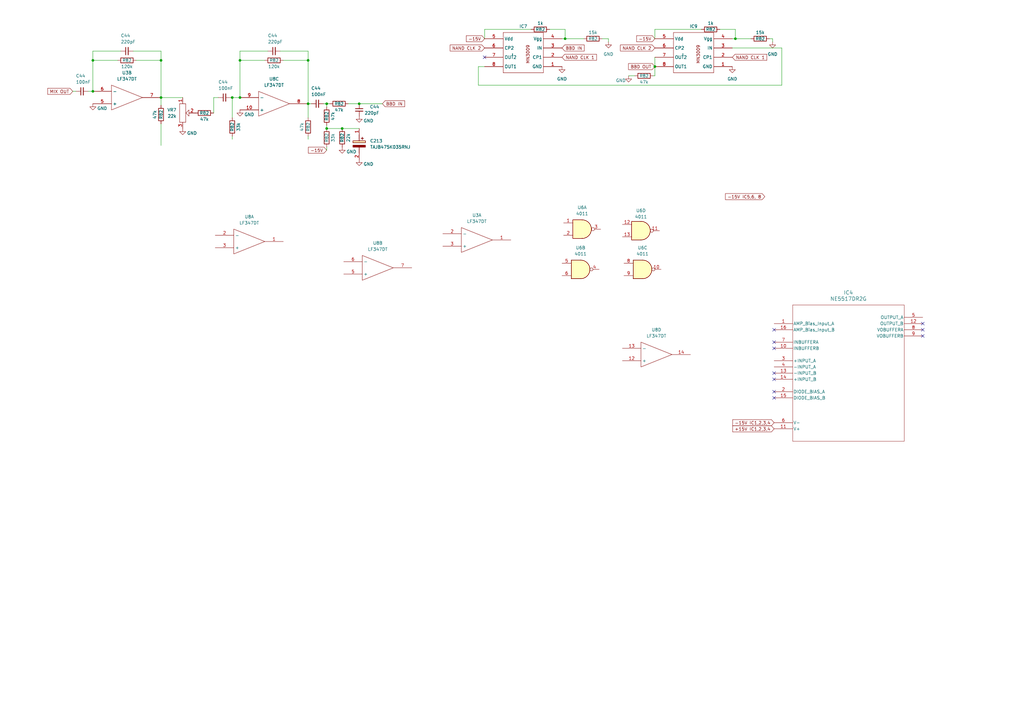
<source format=kicad_sch>
(kicad_sch (version 20230121) (generator eeschema)
  (paper "A3")
  (lib_symbols
    (symbol "3214W-1-223E_2"
      (property "Reference" "VR" (at -5.08 -1.8 0))
      (property "Value" "3214W-1-223E" (at -10.16 -5.08 0))
      (symbol "3214W-1-223E_2_0_1"
        (rectangle (start -6.35 -1.27) (end 1.27 -3.81))
        (polyline (pts (xy -2.54 -1.23) (xy -1.27 0.04) (xy -3.81 0.04) (xy -2.54 -1.23)))
      )
      (symbol "3214W-1-223E_2_1_1"
        (pin passive line (at -8.89 -2.54 0) (length 2.5) (name "") (number "1"))
        (pin passive line (at -2.54 2.54 270) (length 2.5) (name "") (number "2"))
        (pin passive line (at 3.81 -2.54 180) (length 2.5) (name "") (number "3"))
      )
    )
    (symbol "4xxx:4011" (pin_names (offset 1.016))
      (property "Reference" "U" (at 0 1.27 0))
      (property "Value" "4011" (at 0 -1.27 0))
      (symbol "4011_1_1"
        (arc (start 0 -3.81) (mid 3.7934 0) (end 0 3.81) (stroke (width 0.254)) (fill (type background)))
        (polyline (pts (xy 0 3.81) (xy -3.81 3.81) (xy -3.81 -3.81) (xy 0 -3.81)) (stroke (width 0.254)) (fill (type background)))
        (pin input line (at -7.62 2.54 0) (length 3.81) (name "~") (number "1"))
        (pin input line (at -7.62 -2.54 0) (length 3.81) (name "~") (number "2"))
        (pin output inverted (at 7.62 0 180) (length 3.81) (name "~") (number "3"))
      )
      (symbol "4011_1_2"
        (arc (start -3.81 -3.81) (mid -2.589 0) (end -3.81 3.81) (stroke (width 0.254)))
        (arc (start -0.6096 -3.81) (mid 2.1842 -2.5851) (end 3.81 0) (stroke (width 0.254)) (fill (type background)))
        (polyline (pts (xy -3.81 -3.81) (xy -0.635 -3.81)) (stroke (width 0.254)) (fill (type background)))
        (polyline (pts (xy -3.81 3.81) (xy -0.635 3.81)) (stroke (width 0.254)) (fill (type background)))
        (polyline (pts (xy -0.635 3.81) (xy -3.81 3.81) (xy -3.81 3.81) (xy -3.556 3.4036) (xy -3.0226 2.2606) (xy -2.6924 1.0414) (xy -2.6162 -0.254) (xy -2.7686 -1.4986) (xy -3.175 -2.7178) (xy -3.81 -3.81) (xy -3.81 -3.81) (xy -0.635 -3.81)) (stroke (width -25.4)) (fill (type background)))
        (arc (start 3.81 0) (mid 2.1915 2.5936) (end -0.6096 3.81) (stroke (width 0.254)) (fill (type background)))
        (pin input inverted (at -7.62 2.54 0) (length 4.318) (name "~") (number "1"))
        (pin input inverted (at -7.62 -2.54 0) (length 4.318) (name "~") (number "2"))
        (pin output line (at 7.62 0 180) (length 3.81) (name "~") (number "3"))
      )
      (symbol "4011_2_1"
        (arc (start 0 -3.81) (mid 3.7934 0) (end 0 3.81) (stroke (width 0.254)) (fill (type background)))
        (polyline (pts (xy 0 3.81) (xy -3.81 3.81) (xy -3.81 -3.81) (xy 0 -3.81)) (stroke (width 0.254)) (fill (type background)))
        (pin output inverted (at 7.62 0 180) (length 3.81) (name "~") (number "4"))
        (pin input line (at -7.62 2.54 0) (length 3.81) (name "~") (number "5"))
        (pin input line (at -7.62 -2.54 0) (length 3.81) (name "~") (number "6"))
      )
      (symbol "4011_2_2"
        (arc (start -3.81 -3.81) (mid -2.589 0) (end -3.81 3.81) (stroke (width 0.254)))
        (arc (start -0.6096 -3.81) (mid 2.1842 -2.5851) (end 3.81 0) (stroke (width 0.254)) (fill (type background)))
        (polyline (pts (xy -3.81 -3.81) (xy -0.635 -3.81)) (stroke (width 0.254)) (fill (type background)))
        (polyline (pts (xy -3.81 3.81) (xy -0.635 3.81)) (stroke (width 0.254)) (fill (type background)))
        (polyline (pts (xy -0.635 3.81) (xy -3.81 3.81) (xy -3.81 3.81) (xy -3.556 3.4036) (xy -3.0226 2.2606) (xy -2.6924 1.0414) (xy -2.6162 -0.254) (xy -2.7686 -1.4986) (xy -3.175 -2.7178) (xy -3.81 -3.81) (xy -3.81 -3.81) (xy -0.635 -3.81)) (stroke (width -25.4)) (fill (type background)))
        (arc (start 3.81 0) (mid 2.1915 2.5936) (end -0.6096 3.81) (stroke (width 0.254)) (fill (type background)))
        (pin output line (at 7.62 0 180) (length 3.81) (name "~") (number "4"))
        (pin input inverted (at -7.62 2.54 0) (length 4.318) (name "~") (number "5"))
        (pin input inverted (at -7.62 -2.54 0) (length 4.318) (name "~") (number "6"))
      )
      (symbol "4011_3_1"
        (arc (start 0 -3.81) (mid 3.7934 0) (end 0 3.81) (stroke (width 0.254)) (fill (type background)))
        (polyline (pts (xy 0 3.81) (xy -3.81 3.81) (xy -3.81 -3.81) (xy 0 -3.81)) (stroke (width 0.254)) (fill (type background)))
        (pin output inverted (at 7.62 0 180) (length 3.81) (name "~") (number "10"))
        (pin input line (at -7.62 2.54 0) (length 3.81) (name "~") (number "8"))
        (pin input line (at -7.62 -2.54 0) (length 3.81) (name "~") (number "9"))
      )
      (symbol "4011_3_2"
        (arc (start -3.81 -3.81) (mid -2.589 0) (end -3.81 3.81) (stroke (width 0.254)))
        (arc (start -0.6096 -3.81) (mid 2.1842 -2.5851) (end 3.81 0) (stroke (width 0.254)) (fill (type background)))
        (polyline (pts (xy -3.81 -3.81) (xy -0.635 -3.81)) (stroke (width 0.254)) (fill (type background)))
        (polyline (pts (xy -3.81 3.81) (xy -0.635 3.81)) (stroke (width 0.254)) (fill (type background)))
        (polyline (pts (xy -0.635 3.81) (xy -3.81 3.81) (xy -3.81 3.81) (xy -3.556 3.4036) (xy -3.0226 2.2606) (xy -2.6924 1.0414) (xy -2.6162 -0.254) (xy -2.7686 -1.4986) (xy -3.175 -2.7178) (xy -3.81 -3.81) (xy -3.81 -3.81) (xy -0.635 -3.81)) (stroke (width -25.4)) (fill (type background)))
        (arc (start 3.81 0) (mid 2.1915 2.5936) (end -0.6096 3.81) (stroke (width 0.254)) (fill (type background)))
        (pin output line (at 7.62 0 180) (length 3.81) (name "~") (number "10"))
        (pin input inverted (at -7.62 2.54 0) (length 4.318) (name "~") (number "8"))
        (pin input inverted (at -7.62 -2.54 0) (length 4.318) (name "~") (number "9"))
      )
      (symbol "4011_4_1"
        (arc (start 0 -3.81) (mid 3.7934 0) (end 0 3.81) (stroke (width 0.254)) (fill (type background)))
        (polyline (pts (xy 0 3.81) (xy -3.81 3.81) (xy -3.81 -3.81) (xy 0 -3.81)) (stroke (width 0.254)) (fill (type background)))
        (pin output inverted (at 7.62 0 180) (length 3.81) (name "~") (number "11"))
        (pin input line (at -7.62 2.54 0) (length 3.81) (name "~") (number "12"))
        (pin input line (at -7.62 -2.54 0) (length 3.81) (name "~") (number "13"))
      )
      (symbol "4011_4_2"
        (arc (start -3.81 -3.81) (mid -2.589 0) (end -3.81 3.81) (stroke (width 0.254)))
        (arc (start -0.6096 -3.81) (mid 2.1842 -2.5851) (end 3.81 0) (stroke (width 0.254)) (fill (type background)))
        (polyline (pts (xy -3.81 -3.81) (xy -0.635 -3.81)) (stroke (width 0.254)) (fill (type background)))
        (polyline (pts (xy -3.81 3.81) (xy -0.635 3.81)) (stroke (width 0.254)) (fill (type background)))
        (polyline (pts (xy -0.635 3.81) (xy -3.81 3.81) (xy -3.81 3.81) (xy -3.556 3.4036) (xy -3.0226 2.2606) (xy -2.6924 1.0414) (xy -2.6162 -0.254) (xy -2.7686 -1.4986) (xy -3.175 -2.7178) (xy -3.81 -3.81) (xy -3.81 -3.81) (xy -0.635 -3.81)) (stroke (width -25.4)) (fill (type background)))
        (arc (start 3.81 0) (mid 2.1915 2.5936) (end -0.6096 3.81) (stroke (width 0.254)) (fill (type background)))
        (pin output line (at 7.62 0 180) (length 3.81) (name "~") (number "11"))
        (pin input inverted (at -7.62 2.54 0) (length 4.318) (name "~") (number "12"))
        (pin input inverted (at -7.62 -2.54 0) (length 4.318) (name "~") (number "13"))
      )
      (symbol "4011_5_0"
        (pin power_in line (at 0 12.7 270) (length 5.08) (name "VDD") (number "14"))
        (pin power_in line (at 0 -12.7 90) (length 5.08) (name "VSS") (number "7"))
      )
      (symbol "4011_5_1"
        (rectangle (start -5.08 7.62) (end 5.08 -7.62) (stroke (width 0.254)) (fill (type background)))
      )
    )
    (symbol "Device:C_Small" (pin_numbers hide) (pin_names (offset 0.254) hide)
      (property "Reference" "C" (at 0.254 1.778 0))
      (property "Value" "C_Small" (at 0.254 -2.032 0))
      (symbol "C_Small_0_1"
        (polyline (pts (xy -1.524 -0.508) (xy 1.524 -0.508)) (stroke (width 0.3302)))
        (polyline (pts (xy -1.524 0.508) (xy 1.524 0.508)) (stroke (width 0.3048)))
      )
      (symbol "C_Small_1_1"
        (pin passive line (at 0 2.54 270) (length 2.032) (name "~") (number "1"))
        (pin passive line (at 0 -2.54 90) (length 2.032) (name "~") (number "2"))
      )
    )
    (symbol "Device:R" (pin_numbers hide) (pin_names (offset 0))
      (property "Reference" "R" (at 2.032 0 90))
      (property "Value" "R" (at 0 0 90))
      (symbol "R_0_1"
        (rectangle (start -1.016 -2.54) (end 1.016 2.54) (stroke (width 0.254)))
      )
      (symbol "R_1_1"
        (pin passive line (at 0 3.81 270) (length 1.27) (name "~") (number "1"))
        (pin passive line (at 0 -3.81 90) (length 1.27) (name "~") (number "2"))
      )
    )
    (symbol "NE5517:NE5517DR2G" (pin_names (offset 0.254))
      (property "Reference" "U" (at 30.48 12.7 0))
      (property "Value" "NE5517DR2G" (at 30.48 10.16 0))
      (symbol "NE5517DR2G_0_1"
        (polyline (pts (xy 7.62 -48.26) (xy 53.34 -48.26)) (stroke (width 0.127)))
        (polyline (pts (xy 7.62 7.62) (xy 7.62 -48.26)) (stroke (width 0.127)))
        (polyline (pts (xy 53.34 -48.26) (xy 53.34 7.62)) (stroke (width 0.127)))
        (polyline (pts (xy 53.34 7.62) (xy 7.62 7.62)) (stroke (width 0.127)))
        (pin input line (at 0 -10.16 0) (length 7.62) (name "INBUFFERB") (number "10"))
        (pin power_in line (at 0 -43.18 0) (length 7.62) (name "V+") (number "11"))
        (pin power_in line (at 0 -40.64 0) (length 7.62) (name "V-") (number "6"))
        (pin input line (at 0 -7.62 0) (length 7.62) (name "INBUFFERA") (number "7"))
        (pin output line (at 60.96 -5.08 180) (length 7.62) (name "VOBUFFERB") (number "9"))
      )
      (symbol "NE5517DR2G_1_1"
        (pin input line (at 0 0 0) (length 7.62) (name "AMP_Bias_Input_A") (number "1"))
        (pin output line (at 60.96 0 180) (length 7.62) (name "OUTPUT_B") (number "12"))
        (pin input line (at 0 -20.32 0) (length 7.62) (name "-INPUT_B") (number "13"))
        (pin input line (at 0 -22.86 0) (length 7.62) (name "+INPUT_B") (number "14"))
        (pin input line (at 0 -30.48 0) (length 7.62) (name "DIODE_BIAS_B") (number "15"))
        (pin input line (at 0 -2.54 0) (length 7.62) (name "AMP_Bias_Input_B") (number "16"))
        (pin input line (at 0 -27.94 0) (length 7.62) (name "DIODE_BIAS_A") (number "2"))
        (pin input line (at 0 -15.24 0) (length 7.62) (name "+INPUT_A") (number "3"))
        (pin input line (at 0 -17.78 0) (length 7.62) (name "-INPUT_A") (number "4"))
        (pin output line (at 60.96 2.54 180) (length 7.62) (name "OUTPUT_A") (number "5"))
        (pin output line (at 60.96 -2.54 180) (length 7.62) (name "VOBUFFERA") (number "8"))
      )
    )
    (symbol "SamacSys_Parts:LF347DT-PF"
      (property "Reference" "U" (at 3.81 -6.35 0))
      (property "Value" "LF347DT" (at -1.27 0 0))
      (symbol "LF347DT-PF_1_1"
        (polyline (pts (xy 0 -1.27) (xy 0 -11.43) (xy 12.7 -6.35) (xy 0 -1.27)))
        (pin output line (at 20.32 -6.35 180) (length 7.62) (name "") (number "1"))
        (pin input line (at -7.62 -3.81 0) (length 7.62) (name "-") (number "2"))
        (pin input line (at -7.62 -8.89 0) (length 7.62) (name "+") (number "3"))
      )
      (symbol "LF347DT-PF_2_1"
        (polyline (pts (xy 0 -1.27) (xy 0 -11.43) (xy 12.7 -6.35) (xy 0 -1.27)))
        (pin input line (at -7.62 -8.89 0) (length 7.62) (name "+") (number "5"))
        (pin input line (at -7.62 -3.81 0) (length 7.62) (name "-") (number "6"))
        (pin output line (at 20.32 -6.35 180) (length 7.62) (name "") (number "7"))
      )
      (symbol "LF347DT-PF_3_1"
        (polyline (pts (xy 0 -1.27) (xy 0 -11.43) (xy 12.7 -6.35) (xy 0 -1.27)))
        (pin input line (at -7.62 -8.89 0) (length 7.62) (name "+") (number "10"))
        (pin output line (at 20.32 -6.35 180) (length 7.62) (name "") (number "8"))
        (pin input line (at -7.62 -3.81 0) (length 7.62) (name "-") (number "9"))
      )
      (symbol "LF347DT-PF_4_1"
        (polyline (pts (xy 0 -1.27) (xy 0 -11.43) (xy 12.7 -6.35) (xy 0 -1.27)))
        (pin input line (at -7.62 -8.89 0) (length 7.62) (name "+") (number "12"))
        (pin input line (at -7.62 -3.81 0) (length 7.62) (name "-") (number "13"))
        (pin output line (at 20.32 -6.35 180) (length 7.62) (name "") (number "14"))
      )
      (symbol "LF347DT-PF_5_1"
        (pin input line (at 17.78 -8.89 180) (length 7.62) (name "VCC-") (number "11"))
        (pin input line (at -10.16 -8.89 0) (length 7.62) (name "VCC+") (number "4"))
      )
    )
    (symbol "SamacSys_Parts:MN3009"
      (property "Reference" "IC" (at 0 0 0))
      (symbol "MN3009_0_1"
        (rectangle (start -7.62 7.62) (end 8.89 -8.89))
      )
      (symbol "MN3009_1_1"
        (text "MN3009" (at 0 -2.54 0) (effects (font (size 1.27 1.27))))
        (pin input line (at -5.08 -16.51 90) (length 7.62) (name "GND") (number "1"))
        (pin input line (at -1.27 -16.51 90) (length 7.62) (name "CP1") (number "2"))
        (pin input line (at 2.54 -16.51 90) (length 7.62) (name "IN") (number "3"))
        (pin input line (at 6.35 -16.51 90) (length 7.62) (name "Vgg") (number "4"))
        (pin input line (at 6.35 15.24 270) (length 7.62) (name "Vdd") (number "5"))
        (pin input line (at 2.54 15.24 270) (length 7.62) (name "CP2") (number "6"))
        (pin output line (at -1.27 15.24 270) (length 7.62) (name "OUT2") (number "7"))
        (pin output line (at -5.08 15.24 270) (length 7.62) (name "OUT1") (number "8"))
      )
    )
    (symbol "SamacSys_Parts:TAJB475K035RNJ" (pin_names hide)
      (property "Reference" "C" (at 8.89 6.35 0))
      (property "Value" "TAJB475K035RNJ" (at 8.89 3.81 0))
      (symbol "TAJB475K035RNJ_1_1"
        (polyline (pts (xy 2.54 0) (xy 5.08 0)) (stroke (width 0.254)))
        (polyline (pts (xy 4.064 1.778) (xy 4.064 0.762)) (stroke (width 0.254)))
        (polyline (pts (xy 4.572 1.27) (xy 3.556 1.27)) (stroke (width 0.254)))
        (polyline (pts (xy 7.62 0) (xy 10.16 0)) (stroke (width 0.254)))
        (polyline (pts (xy 7.62 2.54) (xy 7.62 -2.54) (xy 6.858 -2.54) (xy 6.858 2.54) (xy 7.62 2.54)) (stroke (width 0.254)) (fill (type outline)))
        (rectangle (start 5.08 2.54) (end 5.842 -2.54) (stroke (width 0.254)) (fill (type background)))
        (pin passive line (at 0 0 0) (length 2.54) (name "+") (number "1"))
        (pin passive line (at 12.7 0 180) (length 2.54) (name "-") (number "2"))
      )
    )
    (symbol "power:GND" (power) (pin_names (offset 0))
      (property "Value" "GND" (at 0 -3.81 0))
      (symbol "GND_0_1"
        (polyline (pts (xy 0 0) (xy 0 -1.27) (xy 1.27 -1.27) (xy 0 -2.54) (xy -1.27 -1.27) (xy 0 -1.27)))
      )
      (symbol "GND_1_1"
        (pin power_in line (at 0 0 270) (length 0) hide (name "GND") (number "1"))
      )
    )
  )
  (junction (at 38.1 37.465))
  (junction (at 301.625 15.875))
  (junction (at 95.25 40.005))
  (junction (at 66.04 40.005))
  (junction (at 140.335 52.705))
  (junction (at 98.425 24.765))
  (junction (at 126.365 42.545))
  (junction (at 133.985 52.705))
  (junction (at 231.775 15.875))
  (junction (at 147.32 42.545))
  (junction (at 66.04 24.765))
  (junction (at 268.605 27.305))
  (junction (at 98.425 40.005))
  (junction (at 38.1 24.765))
  (junction (at 133.985 42.545))
  (junction (at 126.365 24.765))
  (no_connect (at 198.755 23.495))
  (no_connect (at 317.5 142.875))
  (no_connect (at 317.5 140.335))
  (no_connect (at 317.5 135.255))
  (no_connect (at 378.46 135.255))
  (no_connect (at 317.5 153.035))
  (no_connect (at 378.46 137.795))
  (no_connect (at 378.46 132.715))
  (no_connect (at 317.5 155.575))
  (no_connect (at 317.5 163.195))
  (no_connect (at 317.5 160.655))
  (wire (pts (xy 38.1 20.955) (xy 38.1 24.765)))
  (wire (pts (xy 268.605 31.115) (xy 268.605 27.305)))
  (wire (pts (xy 126.365 48.26) (xy 126.365 42.545)))
  (wire (pts (xy 316.865 15.875) (xy 315.595 15.875)))
  (wire (pts (xy 231.775 12.065) (xy 231.775 15.875)))
  (wire (pts (xy 133.985 61.595) (xy 133.985 60.325)))
  (wire (pts (xy 320.675 19.685) (xy 300.355 19.685)))
  (wire (pts (xy 95.25 40.005) (xy 94.615 40.005)))
  (wire (pts (xy 133.985 51.435) (xy 133.985 52.705)))
  (wire (pts (xy 147.32 42.545) (xy 156.845 42.545)))
  (wire (pts (xy 295.275 12.065) (xy 301.625 12.065)))
  (wire (pts (xy 142.875 42.545) (xy 147.32 42.545)))
  (wire (pts (xy 29.845 37.465) (xy 31.115 37.465)))
  (wire (pts (xy 38.1 24.765) (xy 38.1 37.465)))
  (wire (pts (xy 316.865 17.145) (xy 316.865 15.875)))
  (wire (pts (xy 66.04 40.005) (xy 74.93 40.005)))
  (wire (pts (xy 36.195 37.465) (xy 38.1 37.465)))
  (wire (pts (xy 301.625 12.065) (xy 301.625 15.875)))
  (wire (pts (xy 267.97 31.115) (xy 268.605 31.115)))
  (wire (pts (xy 231.775 15.875) (xy 230.505 15.875)))
  (wire (pts (xy 38.1 24.765) (xy 48.26 24.765)))
  (wire (pts (xy 66.04 24.765) (xy 66.04 20.955)))
  (wire (pts (xy 126.365 57.15) (xy 126.365 55.88)))
  (wire (pts (xy 109.855 20.955) (xy 98.425 20.955)))
  (wire (pts (xy 95.25 40.005) (xy 95.25 48.26)))
  (wire (pts (xy 98.425 20.955) (xy 98.425 24.765)))
  (wire (pts (xy 133.985 42.545) (xy 135.255 42.545)))
  (wire (pts (xy 126.365 24.765) (xy 126.365 20.955)))
  (wire (pts (xy 268.605 12.065) (xy 268.605 15.875)))
  (wire (pts (xy 55.88 24.765) (xy 66.04 24.765)))
  (wire (pts (xy 87.63 40.005) (xy 89.535 40.005)))
  (wire (pts (xy 196.215 27.305) (xy 196.215 34.925)))
  (wire (pts (xy 95.25 57.15) (xy 95.25 55.88)))
  (wire (pts (xy 66.04 20.955) (xy 54.61 20.955)))
  (wire (pts (xy 301.625 15.875) (xy 300.355 15.875)))
  (wire (pts (xy 140.335 52.705) (xy 147.32 52.705)))
  (wire (pts (xy 217.805 12.065) (xy 198.755 12.065)))
  (wire (pts (xy 49.53 20.955) (xy 38.1 20.955)))
  (wire (pts (xy 98.425 24.765) (xy 98.425 40.005)))
  (wire (pts (xy 268.605 23.495) (xy 268.605 27.305)))
  (wire (pts (xy 66.04 59.69) (xy 66.04 50.8)))
  (wire (pts (xy 87.63 46.355) (xy 87.63 40.005)))
  (wire (pts (xy 116.205 24.765) (xy 126.365 24.765)))
  (wire (pts (xy 196.215 34.925) (xy 320.675 34.925)))
  (wire (pts (xy 249.555 15.875) (xy 249.555 17.145)))
  (wire (pts (xy 287.655 12.065) (xy 268.605 12.065)))
  (wire (pts (xy 257.81 31.115) (xy 260.35 31.115)))
  (wire (pts (xy 98.425 24.765) (xy 108.585 24.765)))
  (wire (pts (xy 225.425 12.065) (xy 231.775 12.065)))
  (wire (pts (xy 126.365 42.545) (xy 127.635 42.545)))
  (wire (pts (xy 133.985 52.705) (xy 140.335 52.705)))
  (wire (pts (xy 198.755 12.065) (xy 198.755 15.875)))
  (wire (pts (xy 133.985 42.545) (xy 133.985 43.815)))
  (wire (pts (xy 247.015 15.875) (xy 249.555 15.875)))
  (wire (pts (xy 126.365 20.955) (xy 114.935 20.955)))
  (wire (pts (xy 126.365 24.765) (xy 126.365 42.545)))
  (wire (pts (xy 98.425 40.005) (xy 95.25 40.005)))
  (wire (pts (xy 198.755 27.305) (xy 196.215 27.305)))
  (wire (pts (xy 320.675 34.925) (xy 320.675 19.685)))
  (wire (pts (xy 66.04 40.005) (xy 66.04 43.18)))
  (wire (pts (xy 239.395 15.875) (xy 231.775 15.875)))
  (wire (pts (xy 66.04 40.005) (xy 66.04 24.765)))
  (wire (pts (xy 132.715 42.545) (xy 133.985 42.545)))
  (wire (pts (xy 307.975 15.875) (xy 301.625 15.875)))
  (global_label "NAND CLK 1" (shape input) (at 300.355 23.495 0) (property "Intersheetrefs" "${INTERSHEET_REFS}" (effects hide)))
  (global_label "MIX OUT" (shape input) (at 29.845 37.465 180) (property "Intersheetrefs" "${INTERSHEET_REFS}" (effects hide)))
  (global_label "BBD IN" (shape input) (at 230.505 19.685 0) (property "Intersheetrefs" "${INTERSHEET_REFS}" (effects hide)))
  (global_label "-15V" (shape input) (at 133.985 61.595 180) (property "Intersheetrefs" "${INTERSHEET_REFS}" (effects hide)))
  (global_label "-15V" (shape input) (at 268.605 15.875 180) (property "Intersheetrefs" "${INTERSHEET_REFS}" (effects hide)))
  (global_label "-15V IC5,6, 8" (shape input) (at 313.69 80.645 180) (property "Intersheetrefs" "${INTERSHEET_REFS}" (effects hide)))
  (global_label "BBD OUT" (shape input) (at 268.605 27.305 180) (property "Intersheetrefs" "${INTERSHEET_REFS}" (effects hide)))
  (global_label "-15V" (shape input) (at 198.755 15.875 180) (property "Intersheetrefs" "${INTERSHEET_REFS}" (effects hide)))
  (global_label "BBD IN" (shape input) (at 156.845 42.545 0) (property "Intersheetrefs" "${INTERSHEET_REFS}" (effects hide)))
  (global_label "NAND CLK 2" (shape input) (at 198.755 19.685 180) (property "Intersheetrefs" "${INTERSHEET_REFS}" (effects hide)))
  (global_label "NAND CLK 1" (shape input) (at 230.505 23.495 0) (property "Intersheetrefs" "${INTERSHEET_REFS}" (effects hide)))
  (global_label "+15V IC1,2,3,4" (shape input) (at 317.5 175.895 180) (property "Intersheetrefs" "${INTERSHEET_REFS}" (effects hide)))
  (global_label "NAND CLK 2" (shape input) (at 268.605 19.685 180) (property "Intersheetrefs" "${INTERSHEET_REFS}" (effects hide)))
  (global_label "-15V IC1,2,3,4" (shape input) (at 317.5 173.355 180) (property "Intersheetrefs" "${INTERSHEET_REFS}" (effects hide)))
  (symbol (lib_id "Device:R") (at 66.04 46.99 180) (unit 1)
    (property "Reference" "R82" (at 66.04 46.99 90))
    (property "Value" "47k" (at 63.5 46.99 90))
    (property "Footprint" "Resistor_SMD:R_1206_3216Metric" (effects hide))
    (instances (project "RPi Arcade Hat V0-4" (path "" (reference "R82") (unit 1))) (project "Lyrebird Keyboard Piano Card" (path "" (reference "R101") (unit 1)) (path "" (reference "R237") (unit 1)) (path "" (reference "R356") (unit 1)) (path "" (reference "R482") (unit 1)) (path "" (reference "R508") (unit 1)) (path "" (reference "R595") (unit 1)) (path "" (reference "R516") (unit 1))) (project "Lyrebird Keyboard" (path "" (reference "R9") (unit 1))))
  )
  (symbol (lib_id "Device:C_Small") (at 147.32 45.085 0) (unit 1)
    (property "Reference" "C44" (at 155.575 43.815 0) (effects (justify right)))
    (property "Value" "220pF" (at 155.575 46.355 0) (effects (justify right)))
    (property "Footprint" "Capacitor_SMD:C_1206_3216Metric" (effects hide))
    (instances (project "RPi Arcade Hat V0-4" (path "" (reference "C44") (unit 1))) (project "Lyrebird Keyboard Piano Card" (path "" (reference "C214") (unit 1)) (path "" (reference "C213") (unit 1))) (project "Lyrebird Keyboard" (path "" (reference "C13") (unit 1))))
  )
  (symbol (lib_id "SamacSys_Parts:LF347DT-PF") (at 189.23 92.075 0) (unit 1)
    (property "Reference" "U3" (at 195.58 88.265 0))
    (property "Value" "LF347DT" (at 195.58 90.805 0))
    (property "Footprint" "SamacSys_Parts:SOIC127P600X175-14N" (effects hide))
    (property "Datasheet" "http://www.st.com/content/ccc/resource/technical/document/datasheet/c7/4b/9c/8a/ff/08/43/1d/CD00000452.pdf/files/CD00000452.pdf/jcr:content/translations/en.CD00000452.pdf" (effects hide))
  )
  (symbol (lib_id "Device:R") (at 140.335 56.515 0) (unit 1)
    (property "Reference" "R82" (at 140.335 56.515 90))
    (property "Value" "22k" (at 142.875 56.515 90))
    (property "Footprint" "Resistor_SMD:R_1206_3216Metric" (effects hide))
    (instances (project "RPi Arcade Hat V0-4" (path "" (reference "R82") (unit 1))) (project "Lyrebird Keyboard Piano Card" (path "" (reference "R101") (unit 1)) (path "" (reference "R237") (unit 1)) (path "" (reference "R356") (unit 1)) (path "" (reference "R482") (unit 1)) (path "" (reference "R508") (unit 1)) (path "" (reference "R603") (unit 1)) (path "" (reference "R603") (unit 1))) (project "Lyrebird Keyboard" (path "" (reference "R9") (unit 1))))
  )
  (symbol (lib_id "Device:R") (at 311.785 15.875 90) (unit 1)
    (property "Reference" "R82" (at 311.785 15.875 90))
    (property "Value" "15k" (at 311.785 13.335 90))
    (property "Footprint" "Resistor_SMD:R_1206_3216Metric" (effects hide))
    (instances (project "RPi Arcade Hat V0-4" (path "" (reference "R82") (unit 1))) (project "Lyrebird Keyboard Piano Card" (path "" (reference "R101") (unit 1)) (path "" (reference "R237") (unit 1)) (path "" (reference "R356") (unit 1)) (path "" (reference "R482") (unit 1)) (path "" (reference "R508") (unit 1)) (path "" (reference "R515") (unit 1)) (path "" (reference "R604") (unit 1))) (project "Lyrebird Keyboard" (path "" (reference "R9") (unit 1))))
  )
  (symbol (lib_id "Device:R") (at 291.465 12.065 90) (unit 1)
    (property "Reference" "R82" (at 291.465 12.065 90))
    (property "Value" "1k" (at 291.465 9.525 90))
    (property "Footprint" "Resistor_SMD:R_1206_3216Metric" (effects hide))
    (instances (project "RPi Arcade Hat V0-4" (path "" (reference "R82") (unit 1))) (project "Lyrebird Keyboard Piano Card" (path "" (reference "R101") (unit 1)) (path "" (reference "R237") (unit 1)) (path "" (reference "R356") (unit 1)) (path "" (reference "R482") (unit 1)) (path "" (reference "R508") (unit 1)) (path "" (reference "R516") (unit 1)) (path "" (reference "R598") (unit 1))) (project "Lyrebird Keyboard" (path "" (reference "R9") (unit 1))))
  )
  (symbol (lib_id "SamacSys_Parts:LF347DT-PF") (at 95.885 92.71 0) (unit 1)
    (property "Reference" "U8" (at 102.235 88.9 0))
    (property "Value" "LF347DT" (at 102.235 91.44 0))
    (property "Footprint" "SamacSys_Parts:SOIC127P600X175-14N" (effects hide))
    (property "Datasheet" "http://www.st.com/content/ccc/resource/technical/document/datasheet/c7/4b/9c/8a/ff/08/43/1d/CD00000452.pdf/files/CD00000452.pdf/jcr:content/translations/en.CD00000452.pdf" (effects hide))
    (instances (project "Lyrebird Keyboard Piano Card" (path "" (reference "U8") (unit 1)) (path "" (reference "U4") (unit 1))))
  )
  (symbol (lib_id "power:GND") (at 230.505 27.305 0) (unit 1)
    (property "Reference" "#PWR0151" (effects hide))
    (property "Value" "GND" (at 230.505 32.385 0))
    (instances (project "Lyrebird Keyboard Piano Card" (path "" (reference "#PWR0151") (unit 1)) (path "" (reference "#PWR0152") (unit 1))) (project "Lyrebird Keyboard" (path "" (reference "#PWR030") (unit 1))))
  )
  (symbol (lib_name "3214W-1-223E_2") (lib_id "SamacSys_Parts:3214W-1-223E") (at 77.47 48.895 270) (unit 1)
    (property "Reference" "VR7" (at 72.39 45.085 90) (effects (justify right)))
    (property "Value" "22k" (at 72.39 47.625 90) (effects (justify right)))
    (property "Footprint" "3214W1205E" (effects hide))
    (property "Datasheet" "https://componentsearchengine.com/Datasheets/1/3214W-1-205E.pdf" (effects hide))
    (property "Height" "5.3" (effects hide))
    (property "Manufacturer_Name" "Bourns" (effects hide))
    (property "Manufacturer_Part_Number" "3214W-1-223E" (effects hide))
  )
  (symbol (lib_id "SamacSys_Parts:TAJB475K035RNJ") (at 147.32 52.705 270) (unit 1)
    (property "Reference" "C213" (at 151.765 57.785 90) (effects (justify left)))
    (property "Value" "TAJB475K035RNJ" (at 151.765 60.325 90) (effects (justify left)))
    (property "Footprint" "CAPPM3528X210N" (effects hide))
    (property "Datasheet" "http://datasheets.avx.com/TAJ.pdf" (effects hide))
    (property "Height" "2.1" (effects hide))
    (property "Manufacturer_Name" "AVX" (effects hide))
    (property "Manufacturer_Part_Number" "TAJB475K035RNJ" (effects hide))
    (instances (project "Lyrebird Keyboard Piano Card" (path "" (reference "C213") (unit 1)) (path "" (reference "C214") (unit 1))))
  )
  (symbol (lib_id "power:GND") (at 140.335 60.325 0) (unit 1)
    (property "Reference" "#PWR0192" (effects hide))
    (property "Value" "GND" (at 144.145 62.23 0))
    (instances (project "Lyrebird Keyboard Piano Card" (path "" (reference "#PWR0192") (unit 1)) (path "" (reference "#PWR0192") (unit 1))) (project "Lyrebird Keyboard" (path "" (reference "#PWR030") (unit 1))))
  )
  (symbol (lib_id "Device:R") (at 83.82 46.355 270) (unit 1)
    (property "Reference" "R82" (at 83.82 46.355 90))
    (property "Value" "47k" (at 83.82 48.895 90))
    (property "Footprint" "Resistor_SMD:R_1206_3216Metric" (effects hide))
    (instances (project "RPi Arcade Hat V0-4" (path "" (reference "R82") (unit 1))) (project "Lyrebird Keyboard Piano Card" (path "" (reference "R101") (unit 1)) (path "" (reference "R237") (unit 1)) (path "" (reference "R356") (unit 1)) (path "" (reference "R482") (unit 1)) (path "" (reference "R508") (unit 1)) (path "" (reference "R596") (unit 1)) (path "" (reference "R594") (unit 1))) (project "Lyrebird Keyboard" (path "" (reference "R9") (unit 1))))
  )
  (symbol (lib_id "Device:R") (at 221.615 12.065 90) (unit 1)
    (property "Reference" "R82" (at 221.615 12.065 90))
    (property "Value" "1k" (at 221.615 9.525 90))
    (property "Footprint" "Resistor_SMD:R_1206_3216Metric" (effects hide))
    (instances (project "RPi Arcade Hat V0-4" (path "" (reference "R82") (unit 1))) (project "Lyrebird Keyboard Piano Card" (path "" (reference "R101") (unit 1)) (path "" (reference "R237") (unit 1)) (path "" (reference "R356") (unit 1)) (path "" (reference "R482") (unit 1)) (path "" (reference "R508") (unit 1)) (path "" (reference "R517") (unit 1)) (path "" (reference "R515") (unit 1))) (project "Lyrebird Keyboard" (path "" (reference "R9") (unit 1))))
  )
  (symbol (lib_id "power:GND") (at 249.555 17.145 0) (unit 1)
    (property "Reference" "#PWR0153" (effects hide))
    (property "Value" "GND" (at 249.555 22.225 0))
    (instances (project "Lyrebird Keyboard Piano Card" (path "" (reference "#PWR0153") (unit 1)) (path "" (reference "#PWR0154") (unit 1))) (project "Lyrebird Keyboard" (path "" (reference "#PWR030") (unit 1))))
  )
  (symbol (lib_id "SamacSys_Parts:LF347DT-PF") (at 148.59 103.505 0) (unit 2)
    (property "Reference" "U8" (at 154.94 99.695 0))
    (property "Value" "LF347DT" (at 154.94 102.235 0))
    (property "Footprint" "SamacSys_Parts:SOIC127P600X175-14N" (effects hide))
    (property "Datasheet" "http://www.st.com/content/ccc/resource/technical/document/datasheet/c7/4b/9c/8a/ff/08/43/1d/CD00000452.pdf/files/CD00000452.pdf/jcr:content/translations/en.CD00000452.pdf" (effects hide))
    (instances (project "Lyrebird Keyboard Piano Card" (path "" (reference "U8") (unit 2)) (path "" (reference "U4") (unit 2))))
  )
  (symbol (lib_id "Device:R") (at 126.365 52.07 180) (unit 1)
    (property "Reference" "R82" (at 126.365 52.07 90))
    (property "Value" "47k" (at 123.825 52.07 90))
    (property "Footprint" "Resistor_SMD:R_1206_3216Metric" (effects hide))
    (instances (project "RPi Arcade Hat V0-4" (path "" (reference "R82") (unit 1))) (project "Lyrebird Keyboard Piano Card" (path "" (reference "R101") (unit 1)) (path "" (reference "R237") (unit 1)) (path "" (reference "R356") (unit 1)) (path "" (reference "R482") (unit 1)) (path "" (reference "R508") (unit 1)) (path "" (reference "R599") (unit 1)) (path "" (reference "R599") (unit 1))) (project "Lyrebird Keyboard" (path "" (reference "R9") (unit 1))))
  )
  (symbol (lib_id "power:GND") (at 147.32 65.405 0) (unit 1)
    (property "Reference" "#PWR0193" (effects hide))
    (property "Value" "GND" (at 151.13 67.31 0))
    (instances (project "Lyrebird Keyboard Piano Card" (path "" (reference "#PWR0193") (unit 1)) (path "" (reference "#PWR0194") (unit 1))) (project "Lyrebird Keyboard" (path "" (reference "#PWR030") (unit 1))))
  )
  (symbol (lib_id "Device:C_Small") (at 130.175 42.545 90) (unit 1)
    (property "Reference" "C44" (at 127.635 36.195 90) (effects (justify right)))
    (property "Value" "100nF" (at 127.635 38.735 90) (effects (justify right)))
    (property "Footprint" "Capacitor_SMD:C_1206_3216Metric" (effects hide))
    (instances (project "RPi Arcade Hat V0-4" (path "" (reference "C44") (unit 1))) (project "Lyrebird Keyboard Piano Card" (path "" (reference "C212") (unit 1)) (path "" (reference "C212") (unit 1))) (project "Lyrebird Keyboard" (path "" (reference "C13") (unit 1))))
  )
  (symbol (lib_id "SamacSys_Parts:LF347DT-PF") (at 45.72 33.655 0) (unit 2)
    (property "Reference" "U3" (at 52.07 29.845 0))
    (property "Value" "LF347DT" (at 52.07 32.385 0))
    (property "Footprint" "SamacSys_Parts:SOIC127P600X175-14N" (effects hide))
    (property "Datasheet" "http://www.st.com/content/ccc/resource/technical/document/datasheet/c7/4b/9c/8a/ff/08/43/1d/CD00000452.pdf/files/CD00000452.pdf/jcr:content/translations/en.CD00000452.pdf" (effects hide))
  )
  (symbol (lib_id "Device:R") (at 112.395 24.765 270) (unit 1)
    (property "Reference" "R82" (at 112.395 24.765 90))
    (property "Value" "120k" (at 112.395 27.305 90))
    (property "Footprint" "Resistor_SMD:R_1206_3216Metric" (effects hide))
    (instances (project "RPi Arcade Hat V0-4" (path "" (reference "R82") (unit 1))) (project "Lyrebird Keyboard Piano Card" (path "" (reference "R101") (unit 1)) (path "" (reference "R237") (unit 1)) (path "" (reference "R356") (unit 1)) (path "" (reference "R482") (unit 1)) (path "" (reference "R508") (unit 1)) (path "" (reference "R597") (unit 1)) (path "" (reference "R597") (unit 1))) (project "Lyrebird Keyboard" (path "" (reference "R9") (unit 1))))
  )
  (symbol (lib_id "power:GND") (at 147.32 47.625 0) (unit 1)
    (property "Reference" "#PWR0194" (effects hide))
    (property "Value" "GND" (at 151.13 49.53 0))
    (instances (project "Lyrebird Keyboard Piano Card" (path "" (reference "#PWR0194") (unit 1)) (path "" (reference "#PWR0193") (unit 1))) (project "Lyrebird Keyboard" (path "" (reference "#PWR030") (unit 1))))
  )
  (symbol (lib_id "Device:C_Small") (at 52.07 20.955 90) (unit 1)
    (property "Reference" "C44" (at 49.53 14.605 90) (effects (justify right)))
    (property "Value" "220pF" (at 49.53 17.145 90) (effects (justify right)))
    (property "Footprint" "Capacitor_SMD:C_1206_3216Metric" (effects hide))
    (instances (project "RPi Arcade Hat V0-4" (path "" (reference "C44") (unit 1))) (project "Lyrebird Keyboard Piano Card" (path "" (reference "C209") (unit 1)) (path "" (reference "C209") (unit 1))) (project "Lyrebird Keyboard" (path "" (reference "C13") (unit 1))))
  )
  (symbol (lib_id "Device:C_Small") (at 92.075 40.005 90) (unit 1)
    (property "Reference" "C44" (at 89.535 33.655 90) (effects (justify right)))
    (property "Value" "100nF" (at 89.535 36.195 90) (effects (justify right)))
    (property "Footprint" "Capacitor_SMD:C_1206_3216Metric" (effects hide))
    (instances (project "RPi Arcade Hat V0-4" (path "" (reference "C44") (unit 1))) (project "Lyrebird Keyboard Piano Card" (path "" (reference "C210") (unit 1)) (path "" (reference "C210") (unit 1))) (project "Lyrebird Keyboard" (path "" (reference "C13") (unit 1))))
  )
  (symbol (lib_id "power:GND") (at 257.81 31.115 0) (unit 1)
    (property "Reference" "#PWR0195" (effects hide))
    (property "Value" "GND" (at 254.635 33.02 0))
    (instances (project "Lyrebird Keyboard Piano Card" (path "" (reference "#PWR0195") (unit 1)) (path "" (reference "#PWR0189") (unit 1))) (project "Lyrebird Keyboard" (path "" (reference "#PWR030") (unit 1))))
  )
  (symbol (lib_id "Device:C_Small") (at 33.655 37.465 90) (unit 1)
    (property "Reference" "C44" (at 31.115 31.115 90) (effects (justify right)))
    (property "Value" "100nF" (at 31.115 33.655 90) (effects (justify right)))
    (property "Footprint" "Capacitor_SMD:C_1206_3216Metric" (effects hide))
    (instances (project "RPi Arcade Hat V0-4" (path "" (reference "C44") (unit 1))) (project "Lyrebird Keyboard Piano Card" (path "" (reference "C208") (unit 1)) (path "" (reference "C208") (unit 1))) (project "Lyrebird Keyboard" (path "" (reference "C13") (unit 1))))
  )
  (symbol (lib_id "Device:R") (at 133.985 56.515 0) (unit 1)
    (property "Reference" "R82" (at 133.985 56.515 90))
    (property "Value" "33k" (at 136.525 56.515 90))
    (property "Footprint" "Resistor_SMD:R_1206_3216Metric" (effects hide))
    (instances (project "RPi Arcade Hat V0-4" (path "" (reference "R82") (unit 1))) (project "Lyrebird Keyboard Piano Card" (path "" (reference "R101") (unit 1)) (path "" (reference "R237") (unit 1)) (path "" (reference "R356") (unit 1)) (path "" (reference "R482") (unit 1)) (path "" (reference "R508") (unit 1)) (path "" (reference "R602") (unit 1)) (path "" (reference "R601") (unit 1))) (project "Lyrebird Keyboard" (path "" (reference "R9") (unit 1))))
  )
  (symbol (lib_id "SamacSys_Parts:LF347DT-PF") (at 106.045 36.195 0) (unit 3)
    (property "Reference" "U8" (at 112.395 32.385 0))
    (property "Value" "LF347DT" (at 112.395 34.925 0))
    (property "Footprint" "SamacSys_Parts:SOIC127P600X175-14N" (effects hide))
    (property "Datasheet" "http://www.st.com/content/ccc/resource/technical/document/datasheet/c7/4b/9c/8a/ff/08/43/1d/CD00000452.pdf/files/CD00000452.pdf/jcr:content/translations/en.CD00000452.pdf" (effects hide))
    (instances (project "Lyrebird Keyboard Piano Card" (path "" (reference "U8") (unit 3)) (path "" (reference "U4") (unit 3))))
  )
  (symbol (lib_id "SamacSys_Parts:MN3009") (at 213.995 22.225 90) (unit 1)
    (property "Reference" "IC7" (at 214.63 10.795 90))
    (property "Value" "~" (at 210.185 22.225 0))
    (instances (project "Lyrebird Keyboard Piano Card" (path "" (reference "IC7") (unit 1)) (path "" (reference "IC1") (unit 1))))
  )
  (symbol (lib_id "Device:R") (at 139.065 42.545 270) (unit 1)
    (property "Reference" "R82" (at 139.065 42.545 90))
    (property "Value" "47k" (at 139.065 45.085 90))
    (property "Footprint" "Resistor_SMD:R_1206_3216Metric" (effects hide))
    (instances (project "RPi Arcade Hat V0-4" (path "" (reference "R82") (unit 1))) (project "Lyrebird Keyboard Piano Card" (path "" (reference "R101") (unit 1)) (path "" (reference "R237") (unit 1)) (path "" (reference "R356") (unit 1)) (path "" (reference "R482") (unit 1)) (path "" (reference "R508") (unit 1)) (path "" (reference "R600") (unit 1)) (path "" (reference "R602") (unit 1))) (project "Lyrebird Keyboard" (path "" (reference "R9") (unit 1))))
  )
  (symbol (lib_id "4xxx:4011") (at 262.89 94.615 0) (unit 4)
    (property "Reference" "U6" (at 262.8817 86.36 0))
    (property "Value" "4011" (at 262.8817 88.9 0))
    (property "Datasheet" "http://www.intersil.com/content/dam/Intersil/documents/cd40/cd4011bms-12bms-23bms.pdf" (effects hide))
  )
  (symbol (lib_id "power:GND") (at 316.865 17.145 0) (unit 1)
    (property "Reference" "#PWR0154" (effects hide))
    (property "Value" "GND" (at 316.865 22.225 0))
    (instances (project "Lyrebird Keyboard Piano Card" (path "" (reference "#PWR0154") (unit 1)) (path "" (reference "#PWR0195") (unit 1))) (project "Lyrebird Keyboard" (path "" (reference "#PWR030") (unit 1))))
  )
  (symbol (lib_id "4xxx:4011") (at 238.76 93.98 0) (unit 1)
    (property "Reference" "U6" (at 238.7517 85.09 0))
    (property "Value" "4011" (at 238.7517 87.63 0))
    (property "Datasheet" "http://www.intersil.com/content/dam/Intersil/documents/cd40/cd4011bms-12bms-23bms.pdf" (effects hide))
  )
  (symbol (lib_id "4xxx:4011") (at 263.525 110.49 0) (unit 3)
    (property "Reference" "U6" (at 263.5167 101.6 0))
    (property "Value" "4011" (at 263.5167 104.14 0))
    (property "Datasheet" "http://www.intersil.com/content/dam/Intersil/documents/cd40/cd4011bms-12bms-23bms.pdf" (effects hide))
  )
  (symbol (lib_id "Device:R") (at 133.985 47.625 0) (unit 1)
    (property "Reference" "R82" (at 133.985 47.625 90))
    (property "Value" "47k" (at 136.525 47.625 90))
    (property "Footprint" "Resistor_SMD:R_1206_3216Metric" (effects hide))
    (instances (project "RPi Arcade Hat V0-4" (path "" (reference "R82") (unit 1))) (project "Lyrebird Keyboard Piano Card" (path "" (reference "R101") (unit 1)) (path "" (reference "R237") (unit 1)) (path "" (reference "R356") (unit 1)) (path "" (reference "R482") (unit 1)) (path "" (reference "R508") (unit 1)) (path "" (reference "R601") (unit 1)) (path "" (reference "R600") (unit 1))) (project "Lyrebird Keyboard" (path "" (reference "R9") (unit 1))))
  )
  (symbol (lib_id "Device:C_Small") (at 112.395 20.955 90) (unit 1)
    (property "Reference" "C44" (at 109.855 14.605 90) (effects (justify right)))
    (property "Value" "220pF" (at 109.855 17.145 90) (effects (justify right)))
    (property "Footprint" "Capacitor_SMD:C_1206_3216Metric" (effects hide))
    (instances (project "RPi Arcade Hat V0-4" (path "" (reference "C44") (unit 1))) (project "Lyrebird Keyboard Piano Card" (path "" (reference "C211") (unit 1)) (path "" (reference "C211") (unit 1))) (project "Lyrebird Keyboard" (path "" (reference "C13") (unit 1))))
  )
  (symbol (lib_id "4xxx:4011") (at 238.125 110.49 0) (unit 2)
    (property "Reference" "U6" (at 238.1167 101.6 0))
    (property "Value" "4011" (at 238.1167 104.14 0))
    (property "Datasheet" "http://www.intersil.com/content/dam/Intersil/documents/cd40/cd4011bms-12bms-23bms.pdf" (effects hide))
  )
  (symbol (lib_id "Device:R") (at 264.16 31.115 270) (unit 1)
    (property "Reference" "R82" (at 264.16 31.115 90))
    (property "Value" "47k" (at 264.16 33.655 90))
    (property "Footprint" "Resistor_SMD:R_1206_3216Metric" (effects hide))
    (instances (project "RPi Arcade Hat V0-4" (path "" (reference "R82") (unit 1))) (project "Lyrebird Keyboard Piano Card" (path "" (reference "R101") (unit 1)) (path "" (reference "R237") (unit 1)) (path "" (reference "R356") (unit 1)) (path "" (reference "R482") (unit 1)) (path "" (reference "R508") (unit 1)) (path "" (reference "R604") (unit 1)) (path "" (reference "R596") (unit 1))) (project "Lyrebird Keyboard" (path "" (reference "R9") (unit 1))))
  )
  (symbol (lib_id "Device:R") (at 95.25 52.07 0) (unit 1)
    (property "Reference" "R82" (at 95.25 52.07 90))
    (property "Value" "33k" (at 97.79 52.07 90))
    (property "Footprint" "Resistor_SMD:R_1206_3216Metric" (effects hide))
    (instances (project "RPi Arcade Hat V0-4" (path "" (reference "R82") (unit 1))) (project "Lyrebird Keyboard Piano Card" (path "" (reference "R101") (unit 1)) (path "" (reference "R237") (unit 1)) (path "" (reference "R356") (unit 1)) (path "" (reference "R482") (unit 1)) (path "" (reference "R508") (unit 1)) (path "" (reference "R598") (unit 1)) (path "" (reference "R595") (unit 1))) (project "Lyrebird Keyboard" (path "" (reference "R9") (unit 1))))
  )
  (symbol (lib_id "SamacSys_Parts:LF347DT-PF") (at 262.89 139.065 0) (unit 4)
    (property "Reference" "U8" (at 269.24 135.255 0))
    (property "Value" "LF347DT" (at 269.24 137.795 0))
    (property "Footprint" "SamacSys_Parts:SOIC127P600X175-14N" (effects hide))
    (property "Datasheet" "http://www.st.com/content/ccc/resource/technical/document/datasheet/c7/4b/9c/8a/ff/08/43/1d/CD00000452.pdf/files/CD00000452.pdf/jcr:content/translations/en.CD00000452.pdf" (effects hide))
    (instances (project "Lyrebird Keyboard Piano Card" (path "" (reference "U8") (unit 4)) (path "" (reference "U4") (unit 4))))
  )
  (symbol (lib_id "Device:R") (at 243.205 15.875 90) (unit 1)
    (property "Reference" "R82" (at 243.205 15.875 90))
    (property "Value" "15k" (at 243.205 13.335 90))
    (property "Footprint" "Resistor_SMD:R_1206_3216Metric" (effects hide))
    (instances (project "RPi Arcade Hat V0-4" (path "" (reference "R82") (unit 1))) (project "Lyrebird Keyboard Piano Card" (path "" (reference "R101") (unit 1)) (path "" (reference "R237") (unit 1)) (path "" (reference "R356") (unit 1)) (path "" (reference "R482") (unit 1)) (path "" (reference "R508") (unit 1)) (path "" (reference "R514") (unit 1)) (path "" (reference "R517") (unit 1))) (project "Lyrebird Keyboard" (path "" (reference "R9") (unit 1))))
  )
  (symbol (lib_id "power:GND") (at 74.93 52.705 0) (unit 1)
    (property "Reference" "#PWR0190" (effects hide))
    (property "Value" "GND" (at 78.74 54.61 0))
    (instances (project "Lyrebird Keyboard Piano Card" (path "" (reference "#PWR0190") (unit 1)) (path "" (reference "#PWR0153") (unit 1))) (project "Lyrebird Keyboard" (path "" (reference "#PWR030") (unit 1))))
  )
  (symbol (lib_id "Device:R") (at 52.07 24.765 270) (unit 1)
    (property "Reference" "R82" (at 52.07 24.765 90))
    (property "Value" "120k" (at 52.07 27.305 90))
    (property "Footprint" "Resistor_SMD:R_1206_3216Metric" (effects hide))
    (instances (project "RPi Arcade Hat V0-4" (path "" (reference "R82") (unit 1))) (project "Lyrebird Keyboard Piano Card" (path "" (reference "R101") (unit 1)) (path "" (reference "R237") (unit 1)) (path "" (reference "R356") (unit 1)) (path "" (reference "R482") (unit 1)) (path "" (reference "R508") (unit 1)) (path "" (reference "R594") (unit 1)) (path "" (reference "R514") (unit 1))) (project "Lyrebird Keyboard" (path "" (reference "R9") (unit 1))))
  )
  (symbol (lib_id "power:GND") (at 98.425 45.085 0) (unit 1)
    (property "Reference" "#PWR0191" (effects hide))
    (property "Value" "GND" (at 102.235 46.99 0))
    (instances (project "Lyrebird Keyboard Piano Card" (path "" (reference "#PWR0191") (unit 1)) (path "" (reference "#PWR0190") (unit 1))) (project "Lyrebird Keyboard" (path "" (reference "#PWR030") (unit 1))))
  )
  (symbol (lib_id "power:GND") (at 300.355 27.305 0) (unit 1)
    (property "Reference" "#PWR0152" (effects hide))
    (property "Value" "GND" (at 300.355 32.385 0))
    (instances (project "Lyrebird Keyboard Piano Card" (path "" (reference "#PWR0152") (unit 1)) (path "" (reference "#PWR0191") (unit 1))) (project "Lyrebird Keyboard" (path "" (reference "#PWR030") (unit 1))))
  )
  (symbol (lib_id "SamacSys_Parts:MN3009") (at 283.845 22.225 90) (unit 1)
    (property "Reference" "IC9" (at 284.48 10.795 90))
    (property "Value" "~" (at 280.035 22.225 0))
    (instances (project "Lyrebird Keyboard Piano Card" (path "" (reference "IC9") (unit 1)) (path "" (reference "IC4") (unit 1))))
  )
  (symbol (lib_id "power:GND") (at 38.1 42.545 0) (unit 1)
    (property "Reference" "#PWR0189" (effects hide))
    (property "Value" "GND" (at 41.91 44.45 0))
    (instances (project "Lyrebird Keyboard Piano Card" (path "" (reference "#PWR0189") (unit 1)) (path "" (reference "#PWR0151") (unit 1))) (project "Lyrebird Keyboard" (path "" (reference "#PWR030") (unit 1))))
  )
  (symbol (lib_id "NE5517:NE5517DR2G") (at 317.5 132.715 0) (unit 1)
    (property "Reference" "IC4" (at 347.98 120.015 0) (effects (font (size 1.524 1.524))))
    (property "Value" "NE5517DR2G" (at 347.98 122.555 0) (effects (font (size 1.524 1.524))))
    (property "Footprint" "NE5517:SOIC-16_ONS" (effects hide))
    (property "Datasheet" "NE5517DR2G" (effects hide))
    (instances (project "Lyrebird Keyboard Piano Card" (path "" (reference "IC4") (unit 1)) (path "" (reference "IC3") (unit 1))))
  )
)
</source>
